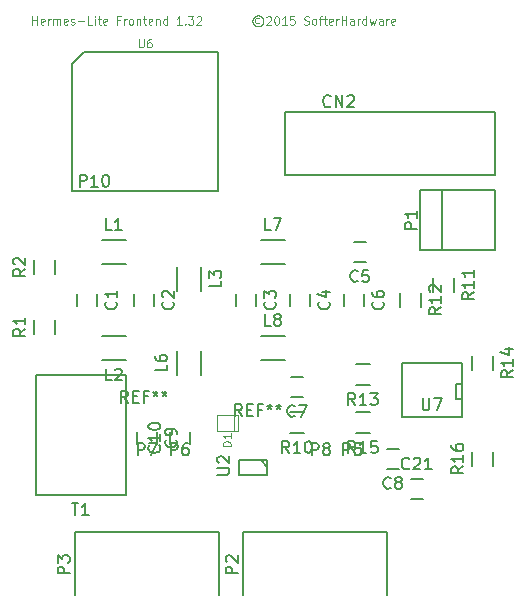
<source format=gto>
G04 #@! TF.FileFunction,Legend,Top*
%FSLAX46Y46*%
G04 Gerber Fmt 4.6, Leading zero omitted, Abs format (unit mm)*
G04 Created by KiCad (PCBNEW 4.0.1-3.201512221402+6198~38~ubuntu14.04.1-stable) date Tue 26 Jan 2016 10:17:27 AM EST*
%MOMM*%
G01*
G04 APERTURE LIST*
%ADD10C,0.100000*%
%ADD11C,0.150000*%
%ADD12C,0.200000*%
G04 APERTURE END LIST*
D10*
X28822001Y-1043333D02*
X28755335Y-1010000D01*
X28622001Y-1010000D01*
X28555335Y-1043333D01*
X28488668Y-1110000D01*
X28455335Y-1176667D01*
X28455335Y-1310000D01*
X28488668Y-1376667D01*
X28555335Y-1443333D01*
X28622001Y-1476667D01*
X28755335Y-1476667D01*
X28822001Y-1443333D01*
X28688668Y-776667D02*
X28522001Y-810000D01*
X28355335Y-910000D01*
X28255335Y-1076667D01*
X28222001Y-1243333D01*
X28255335Y-1410000D01*
X28355335Y-1576667D01*
X28522001Y-1676667D01*
X28688668Y-1710000D01*
X28855335Y-1676667D01*
X29022001Y-1576667D01*
X29122001Y-1410000D01*
X29155335Y-1243333D01*
X29122001Y-1076667D01*
X29022001Y-910000D01*
X28855335Y-810000D01*
X28688668Y-776667D01*
X29422001Y-943333D02*
X29455335Y-910000D01*
X29522001Y-876667D01*
X29688668Y-876667D01*
X29755335Y-910000D01*
X29788668Y-943333D01*
X29822001Y-1010000D01*
X29822001Y-1076667D01*
X29788668Y-1176667D01*
X29388668Y-1576667D01*
X29822001Y-1576667D01*
X30255335Y-876667D02*
X30322002Y-876667D01*
X30388668Y-910000D01*
X30422002Y-943333D01*
X30455335Y-1010000D01*
X30488668Y-1143333D01*
X30488668Y-1310000D01*
X30455335Y-1443333D01*
X30422002Y-1510000D01*
X30388668Y-1543333D01*
X30322002Y-1576667D01*
X30255335Y-1576667D01*
X30188668Y-1543333D01*
X30155335Y-1510000D01*
X30122002Y-1443333D01*
X30088668Y-1310000D01*
X30088668Y-1143333D01*
X30122002Y-1010000D01*
X30155335Y-943333D01*
X30188668Y-910000D01*
X30255335Y-876667D01*
X31155335Y-1576667D02*
X30755335Y-1576667D01*
X30955335Y-1576667D02*
X30955335Y-876667D01*
X30888669Y-976667D01*
X30822002Y-1043333D01*
X30755335Y-1076667D01*
X31788669Y-876667D02*
X31455336Y-876667D01*
X31422002Y-1210000D01*
X31455336Y-1176667D01*
X31522002Y-1143333D01*
X31688669Y-1143333D01*
X31755336Y-1176667D01*
X31788669Y-1210000D01*
X31822002Y-1276667D01*
X31822002Y-1443333D01*
X31788669Y-1510000D01*
X31755336Y-1543333D01*
X31688669Y-1576667D01*
X31522002Y-1576667D01*
X31455336Y-1543333D01*
X31422002Y-1510000D01*
X32622002Y-1543333D02*
X32722002Y-1576667D01*
X32888669Y-1576667D01*
X32955336Y-1543333D01*
X32988669Y-1510000D01*
X33022002Y-1443333D01*
X33022002Y-1376667D01*
X32988669Y-1310000D01*
X32955336Y-1276667D01*
X32888669Y-1243333D01*
X32755336Y-1210000D01*
X32688669Y-1176667D01*
X32655336Y-1143333D01*
X32622002Y-1076667D01*
X32622002Y-1010000D01*
X32655336Y-943333D01*
X32688669Y-910000D01*
X32755336Y-876667D01*
X32922002Y-876667D01*
X33022002Y-910000D01*
X33422003Y-1576667D02*
X33355336Y-1543333D01*
X33322003Y-1510000D01*
X33288669Y-1443333D01*
X33288669Y-1243333D01*
X33322003Y-1176667D01*
X33355336Y-1143333D01*
X33422003Y-1110000D01*
X33522003Y-1110000D01*
X33588669Y-1143333D01*
X33622003Y-1176667D01*
X33655336Y-1243333D01*
X33655336Y-1443333D01*
X33622003Y-1510000D01*
X33588669Y-1543333D01*
X33522003Y-1576667D01*
X33422003Y-1576667D01*
X33855336Y-1110000D02*
X34122002Y-1110000D01*
X33955336Y-1576667D02*
X33955336Y-976667D01*
X33988669Y-910000D01*
X34055336Y-876667D01*
X34122002Y-876667D01*
X34255336Y-1110000D02*
X34522002Y-1110000D01*
X34355336Y-876667D02*
X34355336Y-1476667D01*
X34388669Y-1543333D01*
X34455336Y-1576667D01*
X34522002Y-1576667D01*
X35022002Y-1543333D02*
X34955336Y-1576667D01*
X34822002Y-1576667D01*
X34755336Y-1543333D01*
X34722002Y-1476667D01*
X34722002Y-1210000D01*
X34755336Y-1143333D01*
X34822002Y-1110000D01*
X34955336Y-1110000D01*
X35022002Y-1143333D01*
X35055336Y-1210000D01*
X35055336Y-1276667D01*
X34722002Y-1343333D01*
X35355336Y-1576667D02*
X35355336Y-1110000D01*
X35355336Y-1243333D02*
X35388669Y-1176667D01*
X35422002Y-1143333D01*
X35488669Y-1110000D01*
X35555336Y-1110000D01*
X35788669Y-1576667D02*
X35788669Y-876667D01*
X35788669Y-1210000D02*
X36188669Y-1210000D01*
X36188669Y-1576667D02*
X36188669Y-876667D01*
X36822002Y-1576667D02*
X36822002Y-1210000D01*
X36788668Y-1143333D01*
X36722002Y-1110000D01*
X36588668Y-1110000D01*
X36522002Y-1143333D01*
X36822002Y-1543333D02*
X36755335Y-1576667D01*
X36588668Y-1576667D01*
X36522002Y-1543333D01*
X36488668Y-1476667D01*
X36488668Y-1410000D01*
X36522002Y-1343333D01*
X36588668Y-1310000D01*
X36755335Y-1310000D01*
X36822002Y-1276667D01*
X37155335Y-1576667D02*
X37155335Y-1110000D01*
X37155335Y-1243333D02*
X37188668Y-1176667D01*
X37222001Y-1143333D01*
X37288668Y-1110000D01*
X37355335Y-1110000D01*
X37888668Y-1576667D02*
X37888668Y-876667D01*
X37888668Y-1543333D02*
X37822001Y-1576667D01*
X37688668Y-1576667D01*
X37622001Y-1543333D01*
X37588668Y-1510000D01*
X37555334Y-1443333D01*
X37555334Y-1243333D01*
X37588668Y-1176667D01*
X37622001Y-1143333D01*
X37688668Y-1110000D01*
X37822001Y-1110000D01*
X37888668Y-1143333D01*
X38155334Y-1110000D02*
X38288667Y-1576667D01*
X38422001Y-1243333D01*
X38555334Y-1576667D01*
X38688667Y-1110000D01*
X39255334Y-1576667D02*
X39255334Y-1210000D01*
X39222000Y-1143333D01*
X39155334Y-1110000D01*
X39022000Y-1110000D01*
X38955334Y-1143333D01*
X39255334Y-1543333D02*
X39188667Y-1576667D01*
X39022000Y-1576667D01*
X38955334Y-1543333D01*
X38922000Y-1476667D01*
X38922000Y-1410000D01*
X38955334Y-1343333D01*
X39022000Y-1310000D01*
X39188667Y-1310000D01*
X39255334Y-1276667D01*
X39588667Y-1576667D02*
X39588667Y-1110000D01*
X39588667Y-1243333D02*
X39622000Y-1176667D01*
X39655333Y-1143333D01*
X39722000Y-1110000D01*
X39788667Y-1110000D01*
X40288666Y-1543333D02*
X40222000Y-1576667D01*
X40088666Y-1576667D01*
X40022000Y-1543333D01*
X39988666Y-1476667D01*
X39988666Y-1210000D01*
X40022000Y-1143333D01*
X40088666Y-1110000D01*
X40222000Y-1110000D01*
X40288666Y-1143333D01*
X40322000Y-1210000D01*
X40322000Y-1276667D01*
X39988666Y-1343333D01*
X9610167Y-1576667D02*
X9610167Y-876667D01*
X9610167Y-1210000D02*
X10010167Y-1210000D01*
X10010167Y-1576667D02*
X10010167Y-876667D01*
X10610166Y-1543333D02*
X10543500Y-1576667D01*
X10410166Y-1576667D01*
X10343500Y-1543333D01*
X10310166Y-1476667D01*
X10310166Y-1210000D01*
X10343500Y-1143333D01*
X10410166Y-1110000D01*
X10543500Y-1110000D01*
X10610166Y-1143333D01*
X10643500Y-1210000D01*
X10643500Y-1276667D01*
X10310166Y-1343333D01*
X10943500Y-1576667D02*
X10943500Y-1110000D01*
X10943500Y-1243333D02*
X10976833Y-1176667D01*
X11010166Y-1143333D01*
X11076833Y-1110000D01*
X11143500Y-1110000D01*
X11376833Y-1576667D02*
X11376833Y-1110000D01*
X11376833Y-1176667D02*
X11410166Y-1143333D01*
X11476833Y-1110000D01*
X11576833Y-1110000D01*
X11643499Y-1143333D01*
X11676833Y-1210000D01*
X11676833Y-1576667D01*
X11676833Y-1210000D02*
X11710166Y-1143333D01*
X11776833Y-1110000D01*
X11876833Y-1110000D01*
X11943499Y-1143333D01*
X11976833Y-1210000D01*
X11976833Y-1576667D01*
X12576832Y-1543333D02*
X12510166Y-1576667D01*
X12376832Y-1576667D01*
X12310166Y-1543333D01*
X12276832Y-1476667D01*
X12276832Y-1210000D01*
X12310166Y-1143333D01*
X12376832Y-1110000D01*
X12510166Y-1110000D01*
X12576832Y-1143333D01*
X12610166Y-1210000D01*
X12610166Y-1276667D01*
X12276832Y-1343333D01*
X12876832Y-1543333D02*
X12943499Y-1576667D01*
X13076832Y-1576667D01*
X13143499Y-1543333D01*
X13176832Y-1476667D01*
X13176832Y-1443333D01*
X13143499Y-1376667D01*
X13076832Y-1343333D01*
X12976832Y-1343333D01*
X12910166Y-1310000D01*
X12876832Y-1243333D01*
X12876832Y-1210000D01*
X12910166Y-1143333D01*
X12976832Y-1110000D01*
X13076832Y-1110000D01*
X13143499Y-1143333D01*
X13476833Y-1310000D02*
X14010166Y-1310000D01*
X14676833Y-1576667D02*
X14343500Y-1576667D01*
X14343500Y-876667D01*
X14910167Y-1576667D02*
X14910167Y-1110000D01*
X14910167Y-876667D02*
X14876833Y-910000D01*
X14910167Y-943333D01*
X14943500Y-910000D01*
X14910167Y-876667D01*
X14910167Y-943333D01*
X15143500Y-1110000D02*
X15410166Y-1110000D01*
X15243500Y-876667D02*
X15243500Y-1476667D01*
X15276833Y-1543333D01*
X15343500Y-1576667D01*
X15410166Y-1576667D01*
X15910166Y-1543333D02*
X15843500Y-1576667D01*
X15710166Y-1576667D01*
X15643500Y-1543333D01*
X15610166Y-1476667D01*
X15610166Y-1210000D01*
X15643500Y-1143333D01*
X15710166Y-1110000D01*
X15843500Y-1110000D01*
X15910166Y-1143333D01*
X15943500Y-1210000D01*
X15943500Y-1276667D01*
X15610166Y-1343333D01*
X17010166Y-1210000D02*
X16776833Y-1210000D01*
X16776833Y-1576667D02*
X16776833Y-876667D01*
X17110166Y-876667D01*
X17376833Y-1576667D02*
X17376833Y-1110000D01*
X17376833Y-1243333D02*
X17410166Y-1176667D01*
X17443499Y-1143333D01*
X17510166Y-1110000D01*
X17576833Y-1110000D01*
X17910166Y-1576667D02*
X17843499Y-1543333D01*
X17810166Y-1510000D01*
X17776832Y-1443333D01*
X17776832Y-1243333D01*
X17810166Y-1176667D01*
X17843499Y-1143333D01*
X17910166Y-1110000D01*
X18010166Y-1110000D01*
X18076832Y-1143333D01*
X18110166Y-1176667D01*
X18143499Y-1243333D01*
X18143499Y-1443333D01*
X18110166Y-1510000D01*
X18076832Y-1543333D01*
X18010166Y-1576667D01*
X17910166Y-1576667D01*
X18443499Y-1110000D02*
X18443499Y-1576667D01*
X18443499Y-1176667D02*
X18476832Y-1143333D01*
X18543499Y-1110000D01*
X18643499Y-1110000D01*
X18710165Y-1143333D01*
X18743499Y-1210000D01*
X18743499Y-1576667D01*
X18976832Y-1110000D02*
X19243498Y-1110000D01*
X19076832Y-876667D02*
X19076832Y-1476667D01*
X19110165Y-1543333D01*
X19176832Y-1576667D01*
X19243498Y-1576667D01*
X19743498Y-1543333D02*
X19676832Y-1576667D01*
X19543498Y-1576667D01*
X19476832Y-1543333D01*
X19443498Y-1476667D01*
X19443498Y-1210000D01*
X19476832Y-1143333D01*
X19543498Y-1110000D01*
X19676832Y-1110000D01*
X19743498Y-1143333D01*
X19776832Y-1210000D01*
X19776832Y-1276667D01*
X19443498Y-1343333D01*
X20076832Y-1110000D02*
X20076832Y-1576667D01*
X20076832Y-1176667D02*
X20110165Y-1143333D01*
X20176832Y-1110000D01*
X20276832Y-1110000D01*
X20343498Y-1143333D01*
X20376832Y-1210000D01*
X20376832Y-1576667D01*
X21010165Y-1576667D02*
X21010165Y-876667D01*
X21010165Y-1543333D02*
X20943498Y-1576667D01*
X20810165Y-1576667D01*
X20743498Y-1543333D01*
X20710165Y-1510000D01*
X20676831Y-1443333D01*
X20676831Y-1243333D01*
X20710165Y-1176667D01*
X20743498Y-1143333D01*
X20810165Y-1110000D01*
X20943498Y-1110000D01*
X21010165Y-1143333D01*
X22243497Y-1576667D02*
X21843497Y-1576667D01*
X22043497Y-1576667D02*
X22043497Y-876667D01*
X21976831Y-976667D01*
X21910164Y-1043333D01*
X21843497Y-1076667D01*
X22543498Y-1510000D02*
X22576831Y-1543333D01*
X22543498Y-1576667D01*
X22510164Y-1543333D01*
X22543498Y-1510000D01*
X22543498Y-1576667D01*
X22810164Y-876667D02*
X23243497Y-876667D01*
X23010164Y-1143333D01*
X23110164Y-1143333D01*
X23176831Y-1176667D01*
X23210164Y-1210000D01*
X23243497Y-1276667D01*
X23243497Y-1443333D01*
X23210164Y-1510000D01*
X23176831Y-1543333D01*
X23110164Y-1576667D01*
X22910164Y-1576667D01*
X22843497Y-1543333D01*
X22810164Y-1510000D01*
X23510164Y-943333D02*
X23543498Y-910000D01*
X23610164Y-876667D01*
X23776831Y-876667D01*
X23843498Y-910000D01*
X23876831Y-943333D01*
X23910164Y-1010000D01*
X23910164Y-1076667D01*
X23876831Y-1176667D01*
X23476831Y-1576667D01*
X23910164Y-1576667D01*
D11*
X48750000Y-9007000D02*
X30970000Y-9007000D01*
X48750000Y-14341000D02*
X30970000Y-14341000D01*
X48750000Y-9007000D02*
X48750000Y-14341000D01*
X30970000Y-14341000D02*
X30970000Y-9007000D01*
D12*
X13950000Y-3920000D02*
X12950000Y-4920000D01*
X12950000Y-4920000D02*
X12950000Y-15680000D01*
X12950000Y-15680000D02*
X25350000Y-15680000D01*
X25350000Y-15680000D02*
X25350000Y-3920000D01*
X25350000Y-3920000D02*
X13950000Y-3920000D01*
D10*
X26644380Y-34594960D02*
X26644380Y-35997040D01*
X27043160Y-34594960D02*
X25244840Y-34594960D01*
X25244840Y-34594960D02*
X25244840Y-35997040D01*
X25244840Y-35997040D02*
X27043160Y-35997040D01*
X27043160Y-35997040D02*
X27043160Y-34594960D01*
D11*
X31386000Y-34421000D02*
X32586000Y-34421000D01*
X32586000Y-36171000D02*
X31386000Y-36171000D01*
X43557000Y-24212000D02*
X43557000Y-23012000D01*
X45307000Y-23012000D02*
X45307000Y-24212000D01*
X40763000Y-25482000D02*
X40763000Y-24282000D01*
X42513000Y-24282000D02*
X42513000Y-25482000D01*
X36974000Y-30357000D02*
X38174000Y-30357000D01*
X38174000Y-32107000D02*
X36974000Y-32107000D01*
X46859000Y-30816000D02*
X46859000Y-29616000D01*
X48609000Y-29616000D02*
X48609000Y-30816000D01*
X36974000Y-34421000D02*
X38174000Y-34421000D01*
X38174000Y-36171000D02*
X36974000Y-36171000D01*
X48609000Y-37744000D02*
X48609000Y-38944000D01*
X46859000Y-38944000D02*
X46859000Y-37744000D01*
X17508000Y-41392000D02*
X17508000Y-31232000D01*
X9888000Y-31232000D02*
X9888000Y-41392000D01*
X9888000Y-31232000D02*
X17508000Y-31232000D01*
X9888000Y-41392000D02*
X17508000Y-41392000D01*
X15056000Y-25382000D02*
X15056000Y-24382000D01*
X13356000Y-24382000D02*
X13356000Y-25382000D01*
X19882000Y-25382000D02*
X19882000Y-24382000D01*
X18182000Y-24382000D02*
X18182000Y-25382000D01*
X28518000Y-25382000D02*
X28518000Y-24382000D01*
X26818000Y-24382000D02*
X26818000Y-25382000D01*
X33090000Y-25382000D02*
X33090000Y-24382000D01*
X31390000Y-24382000D02*
X31390000Y-25382000D01*
X36820000Y-21668000D02*
X37820000Y-21668000D01*
X37820000Y-19968000D02*
X36820000Y-19968000D01*
X37662000Y-25382000D02*
X37662000Y-24382000D01*
X35962000Y-24382000D02*
X35962000Y-25382000D01*
X31486000Y-33098000D02*
X32486000Y-33098000D01*
X32486000Y-31398000D02*
X31486000Y-31398000D01*
X39614000Y-39194000D02*
X40614000Y-39194000D01*
X40614000Y-37494000D02*
X39614000Y-37494000D01*
X20136000Y-37066000D02*
X20136000Y-36066000D01*
X18436000Y-36066000D02*
X18436000Y-37066000D01*
X21230000Y-36066000D02*
X21230000Y-37066000D01*
X22930000Y-37066000D02*
X22930000Y-36066000D01*
X11525000Y-26568000D02*
X11525000Y-27768000D01*
X9775000Y-27768000D02*
X9775000Y-26568000D01*
X11525000Y-21488000D02*
X11525000Y-22688000D01*
X9775000Y-22688000D02*
X9775000Y-21488000D01*
X42646000Y-40034000D02*
X41646000Y-40034000D01*
X41646000Y-41734000D02*
X42646000Y-41734000D01*
X27096500Y-39677500D02*
X27096500Y-38471000D01*
X29509500Y-39042500D02*
X28938000Y-38471000D01*
X27096500Y-38471000D02*
X29509500Y-38471000D01*
X29509500Y-38471000D02*
X29509500Y-39677500D01*
X29509500Y-39677500D02*
X27096500Y-39677500D01*
X44330400Y-15585600D02*
X44330400Y-20665600D01*
X48775400Y-15585600D02*
X48775400Y-20665600D01*
X42425400Y-20665600D02*
X42425400Y-15585600D01*
X42425400Y-20665600D02*
X48775400Y-20665600D01*
X42425400Y-15585600D02*
X48775400Y-15585600D01*
X39352000Y-44503500D02*
X39606000Y-44503500D01*
X39606000Y-44503500D02*
X39606000Y-49837500D01*
X27668000Y-44503500D02*
X27414000Y-44503500D01*
X27414000Y-44503500D02*
X27414000Y-49837500D01*
X39352000Y-44503500D02*
X27668000Y-44503500D01*
X25128000Y-44503500D02*
X25382000Y-44503500D01*
X25382000Y-44503500D02*
X25382000Y-49837500D01*
X13444000Y-44503500D02*
X13190000Y-44503500D01*
X13190000Y-44503500D02*
X13190000Y-49837500D01*
X25128000Y-44503500D02*
X13444000Y-44503500D01*
X17492000Y-19793000D02*
X15492000Y-19793000D01*
X15492000Y-21843000D02*
X17492000Y-21843000D01*
X15492000Y-29971000D02*
X17492000Y-29971000D01*
X17492000Y-27921000D02*
X15492000Y-27921000D01*
X23867000Y-24104000D02*
X23867000Y-22104000D01*
X21817000Y-22104000D02*
X21817000Y-24104000D01*
X21817000Y-29216000D02*
X21817000Y-31216000D01*
X23867000Y-31216000D02*
X23867000Y-29216000D01*
X30954000Y-19793000D02*
X28954000Y-19793000D01*
X28954000Y-21843000D02*
X30954000Y-21843000D01*
X30954000Y-27921000D02*
X28954000Y-27921000D01*
X28954000Y-29971000D02*
X30954000Y-29971000D01*
X45956000Y-34788000D02*
X40876000Y-34788000D01*
X40876000Y-34788000D02*
X40876000Y-30216000D01*
X40876000Y-30216000D02*
X45956000Y-30216000D01*
X45956000Y-30216000D02*
X45956000Y-34788000D01*
X45956000Y-33264000D02*
X45448000Y-33264000D01*
X45448000Y-33264000D02*
X45448000Y-31994000D01*
X45448000Y-31994000D02*
X45956000Y-31994000D01*
X34851524Y-8475143D02*
X34803905Y-8522762D01*
X34661048Y-8570381D01*
X34565810Y-8570381D01*
X34422952Y-8522762D01*
X34327714Y-8427524D01*
X34280095Y-8332286D01*
X34232476Y-8141810D01*
X34232476Y-7998952D01*
X34280095Y-7808476D01*
X34327714Y-7713238D01*
X34422952Y-7618000D01*
X34565810Y-7570381D01*
X34661048Y-7570381D01*
X34803905Y-7618000D01*
X34851524Y-7665619D01*
X35280095Y-8570381D02*
X35280095Y-7570381D01*
X35851524Y-8570381D01*
X35851524Y-7570381D01*
X36280095Y-7665619D02*
X36327714Y-7618000D01*
X36422952Y-7570381D01*
X36661048Y-7570381D01*
X36756286Y-7618000D01*
X36803905Y-7665619D01*
X36851524Y-7760857D01*
X36851524Y-7856095D01*
X36803905Y-7998952D01*
X36232476Y-8570381D01*
X36851524Y-8570381D01*
D10*
X18616667Y-2816667D02*
X18616667Y-3383333D01*
X18650000Y-3450000D01*
X18683333Y-3483333D01*
X18750000Y-3516667D01*
X18883333Y-3516667D01*
X18950000Y-3483333D01*
X18983333Y-3450000D01*
X19016667Y-3383333D01*
X19016667Y-2816667D01*
X19650000Y-2816667D02*
X19516666Y-2816667D01*
X19450000Y-2850000D01*
X19416666Y-2883333D01*
X19350000Y-2983333D01*
X19316666Y-3116667D01*
X19316666Y-3383333D01*
X19350000Y-3450000D01*
X19383333Y-3483333D01*
X19450000Y-3516667D01*
X19583333Y-3516667D01*
X19650000Y-3483333D01*
X19683333Y-3450000D01*
X19716666Y-3383333D01*
X19716666Y-3216667D01*
X19683333Y-3150000D01*
X19650000Y-3116667D01*
X19583333Y-3083333D01*
X19450000Y-3083333D01*
X19383333Y-3116667D01*
X19350000Y-3150000D01*
X19316666Y-3216667D01*
X26410667Y-37262666D02*
X25710667Y-37262666D01*
X25710667Y-37096000D01*
X25744000Y-36996000D01*
X25810667Y-36929333D01*
X25877333Y-36896000D01*
X26010667Y-36862666D01*
X26110667Y-36862666D01*
X26244000Y-36896000D01*
X26310667Y-36929333D01*
X26377333Y-36996000D01*
X26410667Y-37096000D01*
X26410667Y-37262666D01*
X26410667Y-36196000D02*
X26410667Y-36596000D01*
X26410667Y-36396000D02*
X25710667Y-36396000D01*
X25810667Y-36462666D01*
X25877333Y-36529333D01*
X25910667Y-36596000D01*
D11*
X31343143Y-37848381D02*
X31009809Y-37372190D01*
X30771714Y-37848381D02*
X30771714Y-36848381D01*
X31152667Y-36848381D01*
X31247905Y-36896000D01*
X31295524Y-36943619D01*
X31343143Y-37038857D01*
X31343143Y-37181714D01*
X31295524Y-37276952D01*
X31247905Y-37324571D01*
X31152667Y-37372190D01*
X30771714Y-37372190D01*
X32295524Y-37848381D02*
X31724095Y-37848381D01*
X32009809Y-37848381D02*
X32009809Y-36848381D01*
X31914571Y-36991238D01*
X31819333Y-37086476D01*
X31724095Y-37134095D01*
X32914571Y-36848381D02*
X33009810Y-36848381D01*
X33105048Y-36896000D01*
X33152667Y-36943619D01*
X33200286Y-37038857D01*
X33247905Y-37229333D01*
X33247905Y-37467429D01*
X33200286Y-37657905D01*
X33152667Y-37753143D01*
X33105048Y-37800762D01*
X33009810Y-37848381D01*
X32914571Y-37848381D01*
X32819333Y-37800762D01*
X32771714Y-37753143D01*
X32724095Y-37657905D01*
X32676476Y-37467429D01*
X32676476Y-37229333D01*
X32724095Y-37038857D01*
X32771714Y-36943619D01*
X32819333Y-36896000D01*
X32914571Y-36848381D01*
X46984381Y-24254857D02*
X46508190Y-24588191D01*
X46984381Y-24826286D02*
X45984381Y-24826286D01*
X45984381Y-24445333D01*
X46032000Y-24350095D01*
X46079619Y-24302476D01*
X46174857Y-24254857D01*
X46317714Y-24254857D01*
X46412952Y-24302476D01*
X46460571Y-24350095D01*
X46508190Y-24445333D01*
X46508190Y-24826286D01*
X46984381Y-23302476D02*
X46984381Y-23873905D01*
X46984381Y-23588191D02*
X45984381Y-23588191D01*
X46127238Y-23683429D01*
X46222476Y-23778667D01*
X46270095Y-23873905D01*
X46984381Y-22350095D02*
X46984381Y-22921524D01*
X46984381Y-22635810D02*
X45984381Y-22635810D01*
X46127238Y-22731048D01*
X46222476Y-22826286D01*
X46270095Y-22921524D01*
X44190381Y-25524857D02*
X43714190Y-25858191D01*
X44190381Y-26096286D02*
X43190381Y-26096286D01*
X43190381Y-25715333D01*
X43238000Y-25620095D01*
X43285619Y-25572476D01*
X43380857Y-25524857D01*
X43523714Y-25524857D01*
X43618952Y-25572476D01*
X43666571Y-25620095D01*
X43714190Y-25715333D01*
X43714190Y-26096286D01*
X44190381Y-24572476D02*
X44190381Y-25143905D01*
X44190381Y-24858191D02*
X43190381Y-24858191D01*
X43333238Y-24953429D01*
X43428476Y-25048667D01*
X43476095Y-25143905D01*
X43285619Y-24191524D02*
X43238000Y-24143905D01*
X43190381Y-24048667D01*
X43190381Y-23810571D01*
X43238000Y-23715333D01*
X43285619Y-23667714D01*
X43380857Y-23620095D01*
X43476095Y-23620095D01*
X43618952Y-23667714D01*
X44190381Y-24239143D01*
X44190381Y-23620095D01*
X36931143Y-33784381D02*
X36597809Y-33308190D01*
X36359714Y-33784381D02*
X36359714Y-32784381D01*
X36740667Y-32784381D01*
X36835905Y-32832000D01*
X36883524Y-32879619D01*
X36931143Y-32974857D01*
X36931143Y-33117714D01*
X36883524Y-33212952D01*
X36835905Y-33260571D01*
X36740667Y-33308190D01*
X36359714Y-33308190D01*
X37883524Y-33784381D02*
X37312095Y-33784381D01*
X37597809Y-33784381D02*
X37597809Y-32784381D01*
X37502571Y-32927238D01*
X37407333Y-33022476D01*
X37312095Y-33070095D01*
X38216857Y-32784381D02*
X38835905Y-32784381D01*
X38502571Y-33165333D01*
X38645429Y-33165333D01*
X38740667Y-33212952D01*
X38788286Y-33260571D01*
X38835905Y-33355810D01*
X38835905Y-33593905D01*
X38788286Y-33689143D01*
X38740667Y-33736762D01*
X38645429Y-33784381D01*
X38359714Y-33784381D01*
X38264476Y-33736762D01*
X38216857Y-33689143D01*
X50286381Y-30858857D02*
X49810190Y-31192191D01*
X50286381Y-31430286D02*
X49286381Y-31430286D01*
X49286381Y-31049333D01*
X49334000Y-30954095D01*
X49381619Y-30906476D01*
X49476857Y-30858857D01*
X49619714Y-30858857D01*
X49714952Y-30906476D01*
X49762571Y-30954095D01*
X49810190Y-31049333D01*
X49810190Y-31430286D01*
X50286381Y-29906476D02*
X50286381Y-30477905D01*
X50286381Y-30192191D02*
X49286381Y-30192191D01*
X49429238Y-30287429D01*
X49524476Y-30382667D01*
X49572095Y-30477905D01*
X49619714Y-29049333D02*
X50286381Y-29049333D01*
X49238762Y-29287429D02*
X49953048Y-29525524D01*
X49953048Y-28906476D01*
X36931143Y-37848381D02*
X36597809Y-37372190D01*
X36359714Y-37848381D02*
X36359714Y-36848381D01*
X36740667Y-36848381D01*
X36835905Y-36896000D01*
X36883524Y-36943619D01*
X36931143Y-37038857D01*
X36931143Y-37181714D01*
X36883524Y-37276952D01*
X36835905Y-37324571D01*
X36740667Y-37372190D01*
X36359714Y-37372190D01*
X37883524Y-37848381D02*
X37312095Y-37848381D01*
X37597809Y-37848381D02*
X37597809Y-36848381D01*
X37502571Y-36991238D01*
X37407333Y-37086476D01*
X37312095Y-37134095D01*
X38788286Y-36848381D02*
X38312095Y-36848381D01*
X38264476Y-37324571D01*
X38312095Y-37276952D01*
X38407333Y-37229333D01*
X38645429Y-37229333D01*
X38740667Y-37276952D01*
X38788286Y-37324571D01*
X38835905Y-37419810D01*
X38835905Y-37657905D01*
X38788286Y-37753143D01*
X38740667Y-37800762D01*
X38645429Y-37848381D01*
X38407333Y-37848381D01*
X38312095Y-37800762D01*
X38264476Y-37753143D01*
X46086381Y-38986857D02*
X45610190Y-39320191D01*
X46086381Y-39558286D02*
X45086381Y-39558286D01*
X45086381Y-39177333D01*
X45134000Y-39082095D01*
X45181619Y-39034476D01*
X45276857Y-38986857D01*
X45419714Y-38986857D01*
X45514952Y-39034476D01*
X45562571Y-39082095D01*
X45610190Y-39177333D01*
X45610190Y-39558286D01*
X46086381Y-38034476D02*
X46086381Y-38605905D01*
X46086381Y-38320191D02*
X45086381Y-38320191D01*
X45229238Y-38415429D01*
X45324476Y-38510667D01*
X45372095Y-38605905D01*
X45086381Y-37177333D02*
X45086381Y-37367810D01*
X45134000Y-37463048D01*
X45181619Y-37510667D01*
X45324476Y-37605905D01*
X45514952Y-37653524D01*
X45895905Y-37653524D01*
X45991143Y-37605905D01*
X46038762Y-37558286D01*
X46086381Y-37463048D01*
X46086381Y-37272571D01*
X46038762Y-37177333D01*
X45991143Y-37129714D01*
X45895905Y-37082095D01*
X45657810Y-37082095D01*
X45562571Y-37129714D01*
X45514952Y-37177333D01*
X45467333Y-37272571D01*
X45467333Y-37463048D01*
X45514952Y-37558286D01*
X45562571Y-37605905D01*
X45657810Y-37653524D01*
X12936095Y-42114381D02*
X13507524Y-42114381D01*
X13221809Y-43114381D02*
X13221809Y-42114381D01*
X14364667Y-43114381D02*
X13793238Y-43114381D01*
X14078952Y-43114381D02*
X14078952Y-42114381D01*
X13983714Y-42257238D01*
X13888476Y-42352476D01*
X13793238Y-42400095D01*
X16663143Y-25048666D02*
X16710762Y-25096285D01*
X16758381Y-25239142D01*
X16758381Y-25334380D01*
X16710762Y-25477238D01*
X16615524Y-25572476D01*
X16520286Y-25620095D01*
X16329810Y-25667714D01*
X16186952Y-25667714D01*
X15996476Y-25620095D01*
X15901238Y-25572476D01*
X15806000Y-25477238D01*
X15758381Y-25334380D01*
X15758381Y-25239142D01*
X15806000Y-25096285D01*
X15853619Y-25048666D01*
X16758381Y-24096285D02*
X16758381Y-24667714D01*
X16758381Y-24382000D02*
X15758381Y-24382000D01*
X15901238Y-24477238D01*
X15996476Y-24572476D01*
X16044095Y-24667714D01*
X21489143Y-25048666D02*
X21536762Y-25096285D01*
X21584381Y-25239142D01*
X21584381Y-25334380D01*
X21536762Y-25477238D01*
X21441524Y-25572476D01*
X21346286Y-25620095D01*
X21155810Y-25667714D01*
X21012952Y-25667714D01*
X20822476Y-25620095D01*
X20727238Y-25572476D01*
X20632000Y-25477238D01*
X20584381Y-25334380D01*
X20584381Y-25239142D01*
X20632000Y-25096285D01*
X20679619Y-25048666D01*
X20679619Y-24667714D02*
X20632000Y-24620095D01*
X20584381Y-24524857D01*
X20584381Y-24286761D01*
X20632000Y-24191523D01*
X20679619Y-24143904D01*
X20774857Y-24096285D01*
X20870095Y-24096285D01*
X21012952Y-24143904D01*
X21584381Y-24715333D01*
X21584381Y-24096285D01*
X30125143Y-25048666D02*
X30172762Y-25096285D01*
X30220381Y-25239142D01*
X30220381Y-25334380D01*
X30172762Y-25477238D01*
X30077524Y-25572476D01*
X29982286Y-25620095D01*
X29791810Y-25667714D01*
X29648952Y-25667714D01*
X29458476Y-25620095D01*
X29363238Y-25572476D01*
X29268000Y-25477238D01*
X29220381Y-25334380D01*
X29220381Y-25239142D01*
X29268000Y-25096285D01*
X29315619Y-25048666D01*
X29220381Y-24715333D02*
X29220381Y-24096285D01*
X29601333Y-24429619D01*
X29601333Y-24286761D01*
X29648952Y-24191523D01*
X29696571Y-24143904D01*
X29791810Y-24096285D01*
X30029905Y-24096285D01*
X30125143Y-24143904D01*
X30172762Y-24191523D01*
X30220381Y-24286761D01*
X30220381Y-24572476D01*
X30172762Y-24667714D01*
X30125143Y-24715333D01*
X34697143Y-25048666D02*
X34744762Y-25096285D01*
X34792381Y-25239142D01*
X34792381Y-25334380D01*
X34744762Y-25477238D01*
X34649524Y-25572476D01*
X34554286Y-25620095D01*
X34363810Y-25667714D01*
X34220952Y-25667714D01*
X34030476Y-25620095D01*
X33935238Y-25572476D01*
X33840000Y-25477238D01*
X33792381Y-25334380D01*
X33792381Y-25239142D01*
X33840000Y-25096285D01*
X33887619Y-25048666D01*
X34125714Y-24191523D02*
X34792381Y-24191523D01*
X33744762Y-24429619D02*
X34459048Y-24667714D01*
X34459048Y-24048666D01*
X37153334Y-23275143D02*
X37105715Y-23322762D01*
X36962858Y-23370381D01*
X36867620Y-23370381D01*
X36724762Y-23322762D01*
X36629524Y-23227524D01*
X36581905Y-23132286D01*
X36534286Y-22941810D01*
X36534286Y-22798952D01*
X36581905Y-22608476D01*
X36629524Y-22513238D01*
X36724762Y-22418000D01*
X36867620Y-22370381D01*
X36962858Y-22370381D01*
X37105715Y-22418000D01*
X37153334Y-22465619D01*
X38058096Y-22370381D02*
X37581905Y-22370381D01*
X37534286Y-22846571D01*
X37581905Y-22798952D01*
X37677143Y-22751333D01*
X37915239Y-22751333D01*
X38010477Y-22798952D01*
X38058096Y-22846571D01*
X38105715Y-22941810D01*
X38105715Y-23179905D01*
X38058096Y-23275143D01*
X38010477Y-23322762D01*
X37915239Y-23370381D01*
X37677143Y-23370381D01*
X37581905Y-23322762D01*
X37534286Y-23275143D01*
X39269143Y-25048666D02*
X39316762Y-25096285D01*
X39364381Y-25239142D01*
X39364381Y-25334380D01*
X39316762Y-25477238D01*
X39221524Y-25572476D01*
X39126286Y-25620095D01*
X38935810Y-25667714D01*
X38792952Y-25667714D01*
X38602476Y-25620095D01*
X38507238Y-25572476D01*
X38412000Y-25477238D01*
X38364381Y-25334380D01*
X38364381Y-25239142D01*
X38412000Y-25096285D01*
X38459619Y-25048666D01*
X38364381Y-24191523D02*
X38364381Y-24382000D01*
X38412000Y-24477238D01*
X38459619Y-24524857D01*
X38602476Y-24620095D01*
X38792952Y-24667714D01*
X39173905Y-24667714D01*
X39269143Y-24620095D01*
X39316762Y-24572476D01*
X39364381Y-24477238D01*
X39364381Y-24286761D01*
X39316762Y-24191523D01*
X39269143Y-24143904D01*
X39173905Y-24096285D01*
X38935810Y-24096285D01*
X38840571Y-24143904D01*
X38792952Y-24191523D01*
X38745333Y-24286761D01*
X38745333Y-24477238D01*
X38792952Y-24572476D01*
X38840571Y-24620095D01*
X38935810Y-24667714D01*
X31819334Y-34705143D02*
X31771715Y-34752762D01*
X31628858Y-34800381D01*
X31533620Y-34800381D01*
X31390762Y-34752762D01*
X31295524Y-34657524D01*
X31247905Y-34562286D01*
X31200286Y-34371810D01*
X31200286Y-34228952D01*
X31247905Y-34038476D01*
X31295524Y-33943238D01*
X31390762Y-33848000D01*
X31533620Y-33800381D01*
X31628858Y-33800381D01*
X31771715Y-33848000D01*
X31819334Y-33895619D01*
X32152667Y-33800381D02*
X32819334Y-33800381D01*
X32390762Y-34800381D01*
X39947334Y-40801143D02*
X39899715Y-40848762D01*
X39756858Y-40896381D01*
X39661620Y-40896381D01*
X39518762Y-40848762D01*
X39423524Y-40753524D01*
X39375905Y-40658286D01*
X39328286Y-40467810D01*
X39328286Y-40324952D01*
X39375905Y-40134476D01*
X39423524Y-40039238D01*
X39518762Y-39944000D01*
X39661620Y-39896381D01*
X39756858Y-39896381D01*
X39899715Y-39944000D01*
X39947334Y-39991619D01*
X40518762Y-40324952D02*
X40423524Y-40277333D01*
X40375905Y-40229714D01*
X40328286Y-40134476D01*
X40328286Y-40086857D01*
X40375905Y-39991619D01*
X40423524Y-39944000D01*
X40518762Y-39896381D01*
X40709239Y-39896381D01*
X40804477Y-39944000D01*
X40852096Y-39991619D01*
X40899715Y-40086857D01*
X40899715Y-40134476D01*
X40852096Y-40229714D01*
X40804477Y-40277333D01*
X40709239Y-40324952D01*
X40518762Y-40324952D01*
X40423524Y-40372571D01*
X40375905Y-40420190D01*
X40328286Y-40515429D01*
X40328286Y-40705905D01*
X40375905Y-40801143D01*
X40423524Y-40848762D01*
X40518762Y-40896381D01*
X40709239Y-40896381D01*
X40804477Y-40848762D01*
X40852096Y-40801143D01*
X40899715Y-40705905D01*
X40899715Y-40515429D01*
X40852096Y-40420190D01*
X40804477Y-40372571D01*
X40709239Y-40324952D01*
X21743143Y-36732666D02*
X21790762Y-36780285D01*
X21838381Y-36923142D01*
X21838381Y-37018380D01*
X21790762Y-37161238D01*
X21695524Y-37256476D01*
X21600286Y-37304095D01*
X21409810Y-37351714D01*
X21266952Y-37351714D01*
X21076476Y-37304095D01*
X20981238Y-37256476D01*
X20886000Y-37161238D01*
X20838381Y-37018380D01*
X20838381Y-36923142D01*
X20886000Y-36780285D01*
X20933619Y-36732666D01*
X21838381Y-36256476D02*
X21838381Y-36066000D01*
X21790762Y-35970761D01*
X21743143Y-35923142D01*
X21600286Y-35827904D01*
X21409810Y-35780285D01*
X21028857Y-35780285D01*
X20933619Y-35827904D01*
X20886000Y-35875523D01*
X20838381Y-35970761D01*
X20838381Y-36161238D01*
X20886000Y-36256476D01*
X20933619Y-36304095D01*
X21028857Y-36351714D01*
X21266952Y-36351714D01*
X21362190Y-36304095D01*
X21409810Y-36256476D01*
X21457429Y-36161238D01*
X21457429Y-35970761D01*
X21409810Y-35875523D01*
X21362190Y-35827904D01*
X21266952Y-35780285D01*
X20337143Y-37208857D02*
X20384762Y-37256476D01*
X20432381Y-37399333D01*
X20432381Y-37494571D01*
X20384762Y-37637429D01*
X20289524Y-37732667D01*
X20194286Y-37780286D01*
X20003810Y-37827905D01*
X19860952Y-37827905D01*
X19670476Y-37780286D01*
X19575238Y-37732667D01*
X19480000Y-37637429D01*
X19432381Y-37494571D01*
X19432381Y-37399333D01*
X19480000Y-37256476D01*
X19527619Y-37208857D01*
X20432381Y-36256476D02*
X20432381Y-36827905D01*
X20432381Y-36542191D02*
X19432381Y-36542191D01*
X19575238Y-36637429D01*
X19670476Y-36732667D01*
X19718095Y-36827905D01*
X19432381Y-35637429D02*
X19432381Y-35542190D01*
X19480000Y-35446952D01*
X19527619Y-35399333D01*
X19622857Y-35351714D01*
X19813333Y-35304095D01*
X20051429Y-35304095D01*
X20241905Y-35351714D01*
X20337143Y-35399333D01*
X20384762Y-35446952D01*
X20432381Y-35542190D01*
X20432381Y-35637429D01*
X20384762Y-35732667D01*
X20337143Y-35780286D01*
X20241905Y-35827905D01*
X20051429Y-35875524D01*
X19813333Y-35875524D01*
X19622857Y-35827905D01*
X19527619Y-35780286D01*
X19480000Y-35732667D01*
X19432381Y-35637429D01*
X9002381Y-27334666D02*
X8526190Y-27668000D01*
X9002381Y-27906095D02*
X8002381Y-27906095D01*
X8002381Y-27525142D01*
X8050000Y-27429904D01*
X8097619Y-27382285D01*
X8192857Y-27334666D01*
X8335714Y-27334666D01*
X8430952Y-27382285D01*
X8478571Y-27429904D01*
X8526190Y-27525142D01*
X8526190Y-27906095D01*
X9002381Y-26382285D02*
X9002381Y-26953714D01*
X9002381Y-26668000D02*
X8002381Y-26668000D01*
X8145238Y-26763238D01*
X8240476Y-26858476D01*
X8288095Y-26953714D01*
X9002381Y-22254666D02*
X8526190Y-22588000D01*
X9002381Y-22826095D02*
X8002381Y-22826095D01*
X8002381Y-22445142D01*
X8050000Y-22349904D01*
X8097619Y-22302285D01*
X8192857Y-22254666D01*
X8335714Y-22254666D01*
X8430952Y-22302285D01*
X8478571Y-22349904D01*
X8526190Y-22445142D01*
X8526190Y-22826095D01*
X8097619Y-21873714D02*
X8050000Y-21826095D01*
X8002381Y-21730857D01*
X8002381Y-21492761D01*
X8050000Y-21397523D01*
X8097619Y-21349904D01*
X8192857Y-21302285D01*
X8288095Y-21302285D01*
X8430952Y-21349904D01*
X9002381Y-21921333D01*
X9002381Y-21302285D01*
X41503143Y-39141143D02*
X41455524Y-39188762D01*
X41312667Y-39236381D01*
X41217429Y-39236381D01*
X41074571Y-39188762D01*
X40979333Y-39093524D01*
X40931714Y-38998286D01*
X40884095Y-38807810D01*
X40884095Y-38664952D01*
X40931714Y-38474476D01*
X40979333Y-38379238D01*
X41074571Y-38284000D01*
X41217429Y-38236381D01*
X41312667Y-38236381D01*
X41455524Y-38284000D01*
X41503143Y-38331619D01*
X41884095Y-38331619D02*
X41931714Y-38284000D01*
X42026952Y-38236381D01*
X42265048Y-38236381D01*
X42360286Y-38284000D01*
X42407905Y-38331619D01*
X42455524Y-38426857D01*
X42455524Y-38522095D01*
X42407905Y-38664952D01*
X41836476Y-39236381D01*
X42455524Y-39236381D01*
X43407905Y-39236381D02*
X42836476Y-39236381D01*
X43122190Y-39236381D02*
X43122190Y-38236381D01*
X43026952Y-38379238D01*
X42931714Y-38474476D01*
X42836476Y-38522095D01*
X35946905Y-38034381D02*
X35946905Y-37034381D01*
X36327858Y-37034381D01*
X36423096Y-37082000D01*
X36470715Y-37129619D01*
X36518334Y-37224857D01*
X36518334Y-37367714D01*
X36470715Y-37462952D01*
X36423096Y-37510571D01*
X36327858Y-37558190D01*
X35946905Y-37558190D01*
X37423096Y-37034381D02*
X36946905Y-37034381D01*
X36899286Y-37510571D01*
X36946905Y-37462952D01*
X37042143Y-37415333D01*
X37280239Y-37415333D01*
X37375477Y-37462952D01*
X37423096Y-37510571D01*
X37470715Y-37605810D01*
X37470715Y-37843905D01*
X37423096Y-37939143D01*
X37375477Y-37986762D01*
X37280239Y-38034381D01*
X37042143Y-38034381D01*
X36946905Y-37986762D01*
X36899286Y-37939143D01*
X21341905Y-38034381D02*
X21341905Y-37034381D01*
X21722858Y-37034381D01*
X21818096Y-37082000D01*
X21865715Y-37129619D01*
X21913334Y-37224857D01*
X21913334Y-37367714D01*
X21865715Y-37462952D01*
X21818096Y-37510571D01*
X21722858Y-37558190D01*
X21341905Y-37558190D01*
X22770477Y-37034381D02*
X22580000Y-37034381D01*
X22484762Y-37082000D01*
X22437143Y-37129619D01*
X22341905Y-37272476D01*
X22294286Y-37462952D01*
X22294286Y-37843905D01*
X22341905Y-37939143D01*
X22389524Y-37986762D01*
X22484762Y-38034381D01*
X22675239Y-38034381D01*
X22770477Y-37986762D01*
X22818096Y-37939143D01*
X22865715Y-37843905D01*
X22865715Y-37605810D01*
X22818096Y-37510571D01*
X22770477Y-37462952D01*
X22675239Y-37415333D01*
X22484762Y-37415333D01*
X22389524Y-37462952D01*
X22341905Y-37510571D01*
X22294286Y-37605810D01*
X18547905Y-38034381D02*
X18547905Y-37034381D01*
X18928858Y-37034381D01*
X19024096Y-37082000D01*
X19071715Y-37129619D01*
X19119334Y-37224857D01*
X19119334Y-37367714D01*
X19071715Y-37462952D01*
X19024096Y-37510571D01*
X18928858Y-37558190D01*
X18547905Y-37558190D01*
X19452667Y-37034381D02*
X20119334Y-37034381D01*
X19690762Y-38034381D01*
X33279905Y-38034381D02*
X33279905Y-37034381D01*
X33660858Y-37034381D01*
X33756096Y-37082000D01*
X33803715Y-37129619D01*
X33851334Y-37224857D01*
X33851334Y-37367714D01*
X33803715Y-37462952D01*
X33756096Y-37510571D01*
X33660858Y-37558190D01*
X33279905Y-37558190D01*
X34422762Y-37462952D02*
X34327524Y-37415333D01*
X34279905Y-37367714D01*
X34232286Y-37272476D01*
X34232286Y-37224857D01*
X34279905Y-37129619D01*
X34327524Y-37082000D01*
X34422762Y-37034381D01*
X34613239Y-37034381D01*
X34708477Y-37082000D01*
X34756096Y-37129619D01*
X34803715Y-37224857D01*
X34803715Y-37272476D01*
X34756096Y-37367714D01*
X34708477Y-37415333D01*
X34613239Y-37462952D01*
X34422762Y-37462952D01*
X34327524Y-37510571D01*
X34279905Y-37558190D01*
X34232286Y-37653429D01*
X34232286Y-37843905D01*
X34279905Y-37939143D01*
X34327524Y-37986762D01*
X34422762Y-38034381D01*
X34613239Y-38034381D01*
X34708477Y-37986762D01*
X34756096Y-37939143D01*
X34803715Y-37843905D01*
X34803715Y-37653429D01*
X34756096Y-37558190D01*
X34708477Y-37510571D01*
X34613239Y-37462952D01*
X25278881Y-39677405D02*
X26088405Y-39677405D01*
X26183643Y-39629786D01*
X26231262Y-39582167D01*
X26278881Y-39486929D01*
X26278881Y-39296452D01*
X26231262Y-39201214D01*
X26183643Y-39153595D01*
X26088405Y-39105976D01*
X25278881Y-39105976D01*
X25374119Y-38677405D02*
X25326500Y-38629786D01*
X25278881Y-38534548D01*
X25278881Y-38296452D01*
X25326500Y-38201214D01*
X25374119Y-38153595D01*
X25469357Y-38105976D01*
X25564595Y-38105976D01*
X25707452Y-38153595D01*
X26278881Y-38725024D01*
X26278881Y-38105976D01*
X13626714Y-15301381D02*
X13626714Y-14301381D01*
X14007667Y-14301381D01*
X14102905Y-14349000D01*
X14150524Y-14396619D01*
X14198143Y-14491857D01*
X14198143Y-14634714D01*
X14150524Y-14729952D01*
X14102905Y-14777571D01*
X14007667Y-14825190D01*
X13626714Y-14825190D01*
X15150524Y-15301381D02*
X14579095Y-15301381D01*
X14864809Y-15301381D02*
X14864809Y-14301381D01*
X14769571Y-14444238D01*
X14674333Y-14539476D01*
X14579095Y-14587095D01*
X15769571Y-14301381D02*
X15864810Y-14301381D01*
X15960048Y-14349000D01*
X16007667Y-14396619D01*
X16055286Y-14491857D01*
X16102905Y-14682333D01*
X16102905Y-14920429D01*
X16055286Y-15110905D01*
X16007667Y-15206143D01*
X15960048Y-15253762D01*
X15864810Y-15301381D01*
X15769571Y-15301381D01*
X15674333Y-15253762D01*
X15626714Y-15206143D01*
X15579095Y-15110905D01*
X15531476Y-14920429D01*
X15531476Y-14682333D01*
X15579095Y-14491857D01*
X15626714Y-14396619D01*
X15674333Y-14349000D01*
X15769571Y-14301381D01*
X42152781Y-18863695D02*
X41152781Y-18863695D01*
X41152781Y-18482742D01*
X41200400Y-18387504D01*
X41248019Y-18339885D01*
X41343257Y-18292266D01*
X41486114Y-18292266D01*
X41581352Y-18339885D01*
X41628971Y-18387504D01*
X41676590Y-18482742D01*
X41676590Y-18863695D01*
X42152781Y-17339885D02*
X42152781Y-17911314D01*
X42152781Y-17625600D02*
X41152781Y-17625600D01*
X41295638Y-17720838D01*
X41390876Y-17816076D01*
X41438495Y-17911314D01*
X26977381Y-48035595D02*
X25977381Y-48035595D01*
X25977381Y-47654642D01*
X26025000Y-47559404D01*
X26072619Y-47511785D01*
X26167857Y-47464166D01*
X26310714Y-47464166D01*
X26405952Y-47511785D01*
X26453571Y-47559404D01*
X26501190Y-47654642D01*
X26501190Y-48035595D01*
X26072619Y-47083214D02*
X26025000Y-47035595D01*
X25977381Y-46940357D01*
X25977381Y-46702261D01*
X26025000Y-46607023D01*
X26072619Y-46559404D01*
X26167857Y-46511785D01*
X26263095Y-46511785D01*
X26405952Y-46559404D01*
X26977381Y-47130833D01*
X26977381Y-46511785D01*
X12753381Y-48035595D02*
X11753381Y-48035595D01*
X11753381Y-47654642D01*
X11801000Y-47559404D01*
X11848619Y-47511785D01*
X11943857Y-47464166D01*
X12086714Y-47464166D01*
X12181952Y-47511785D01*
X12229571Y-47559404D01*
X12277190Y-47654642D01*
X12277190Y-48035595D01*
X11753381Y-47130833D02*
X11753381Y-46511785D01*
X12134333Y-46845119D01*
X12134333Y-46702261D01*
X12181952Y-46607023D01*
X12229571Y-46559404D01*
X12324810Y-46511785D01*
X12562905Y-46511785D01*
X12658143Y-46559404D01*
X12705762Y-46607023D01*
X12753381Y-46702261D01*
X12753381Y-46987976D01*
X12705762Y-47083214D01*
X12658143Y-47130833D01*
X16325334Y-18970381D02*
X15849143Y-18970381D01*
X15849143Y-17970381D01*
X17182477Y-18970381D02*
X16611048Y-18970381D01*
X16896762Y-18970381D02*
X16896762Y-17970381D01*
X16801524Y-18113238D01*
X16706286Y-18208476D01*
X16611048Y-18256095D01*
X16325334Y-31698381D02*
X15849143Y-31698381D01*
X15849143Y-30698381D01*
X16611048Y-30793619D02*
X16658667Y-30746000D01*
X16753905Y-30698381D01*
X16992001Y-30698381D01*
X17087239Y-30746000D01*
X17134858Y-30793619D01*
X17182477Y-30888857D01*
X17182477Y-30984095D01*
X17134858Y-31126952D01*
X16563429Y-31698381D01*
X17182477Y-31698381D01*
X25594381Y-23270666D02*
X25594381Y-23746857D01*
X24594381Y-23746857D01*
X24594381Y-23032571D02*
X24594381Y-22413523D01*
X24975333Y-22746857D01*
X24975333Y-22603999D01*
X25022952Y-22508761D01*
X25070571Y-22461142D01*
X25165810Y-22413523D01*
X25403905Y-22413523D01*
X25499143Y-22461142D01*
X25546762Y-22508761D01*
X25594381Y-22603999D01*
X25594381Y-22889714D01*
X25546762Y-22984952D01*
X25499143Y-23032571D01*
X20994381Y-30382666D02*
X20994381Y-30858857D01*
X19994381Y-30858857D01*
X19994381Y-29620761D02*
X19994381Y-29811238D01*
X20042000Y-29906476D01*
X20089619Y-29954095D01*
X20232476Y-30049333D01*
X20422952Y-30096952D01*
X20803905Y-30096952D01*
X20899143Y-30049333D01*
X20946762Y-30001714D01*
X20994381Y-29906476D01*
X20994381Y-29715999D01*
X20946762Y-29620761D01*
X20899143Y-29573142D01*
X20803905Y-29525523D01*
X20565810Y-29525523D01*
X20470571Y-29573142D01*
X20422952Y-29620761D01*
X20375333Y-29715999D01*
X20375333Y-29906476D01*
X20422952Y-30001714D01*
X20470571Y-30049333D01*
X20565810Y-30096952D01*
X29787334Y-18970381D02*
X29311143Y-18970381D01*
X29311143Y-17970381D01*
X30025429Y-17970381D02*
X30692096Y-17970381D01*
X30263524Y-18970381D01*
X29787334Y-27098381D02*
X29311143Y-27098381D01*
X29311143Y-26098381D01*
X30263524Y-26526952D02*
X30168286Y-26479333D01*
X30120667Y-26431714D01*
X30073048Y-26336476D01*
X30073048Y-26288857D01*
X30120667Y-26193619D01*
X30168286Y-26146000D01*
X30263524Y-26098381D01*
X30454001Y-26098381D01*
X30549239Y-26146000D01*
X30596858Y-26193619D01*
X30644477Y-26288857D01*
X30644477Y-26336476D01*
X30596858Y-26431714D01*
X30549239Y-26479333D01*
X30454001Y-26526952D01*
X30263524Y-26526952D01*
X30168286Y-26574571D01*
X30120667Y-26622190D01*
X30073048Y-26717429D01*
X30073048Y-26907905D01*
X30120667Y-27003143D01*
X30168286Y-27050762D01*
X30263524Y-27098381D01*
X30454001Y-27098381D01*
X30549239Y-27050762D01*
X30596858Y-27003143D01*
X30644477Y-26907905D01*
X30644477Y-26717429D01*
X30596858Y-26622190D01*
X30549239Y-26574571D01*
X30454001Y-26526952D01*
X42654095Y-33224381D02*
X42654095Y-34033905D01*
X42701714Y-34129143D01*
X42749333Y-34176762D01*
X42844571Y-34224381D01*
X43035048Y-34224381D01*
X43130286Y-34176762D01*
X43177905Y-34129143D01*
X43225524Y-34033905D01*
X43225524Y-33224381D01*
X43606476Y-33224381D02*
X44273143Y-33224381D01*
X43844571Y-34224381D01*
X27350667Y-34724381D02*
X27017333Y-34248190D01*
X26779238Y-34724381D02*
X26779238Y-33724381D01*
X27160191Y-33724381D01*
X27255429Y-33772000D01*
X27303048Y-33819619D01*
X27350667Y-33914857D01*
X27350667Y-34057714D01*
X27303048Y-34152952D01*
X27255429Y-34200571D01*
X27160191Y-34248190D01*
X26779238Y-34248190D01*
X27779238Y-34200571D02*
X28112572Y-34200571D01*
X28255429Y-34724381D02*
X27779238Y-34724381D01*
X27779238Y-33724381D01*
X28255429Y-33724381D01*
X29017334Y-34200571D02*
X28684000Y-34200571D01*
X28684000Y-34724381D02*
X28684000Y-33724381D01*
X29160191Y-33724381D01*
X29684000Y-33724381D02*
X29684000Y-33962476D01*
X29445905Y-33867238D02*
X29684000Y-33962476D01*
X29922096Y-33867238D01*
X29541143Y-34152952D02*
X29684000Y-33962476D01*
X29826858Y-34152952D01*
X30445905Y-33724381D02*
X30445905Y-33962476D01*
X30207810Y-33867238D02*
X30445905Y-33962476D01*
X30684001Y-33867238D01*
X30303048Y-34152952D02*
X30445905Y-33962476D01*
X30588763Y-34152952D01*
X17698667Y-33581381D02*
X17365333Y-33105190D01*
X17127238Y-33581381D02*
X17127238Y-32581381D01*
X17508191Y-32581381D01*
X17603429Y-32629000D01*
X17651048Y-32676619D01*
X17698667Y-32771857D01*
X17698667Y-32914714D01*
X17651048Y-33009952D01*
X17603429Y-33057571D01*
X17508191Y-33105190D01*
X17127238Y-33105190D01*
X18127238Y-33057571D02*
X18460572Y-33057571D01*
X18603429Y-33581381D02*
X18127238Y-33581381D01*
X18127238Y-32581381D01*
X18603429Y-32581381D01*
X19365334Y-33057571D02*
X19032000Y-33057571D01*
X19032000Y-33581381D02*
X19032000Y-32581381D01*
X19508191Y-32581381D01*
X20032000Y-32581381D02*
X20032000Y-32819476D01*
X19793905Y-32724238D02*
X20032000Y-32819476D01*
X20270096Y-32724238D01*
X19889143Y-33009952D02*
X20032000Y-32819476D01*
X20174858Y-33009952D01*
X20793905Y-32581381D02*
X20793905Y-32819476D01*
X20555810Y-32724238D02*
X20793905Y-32819476D01*
X21032001Y-32724238D01*
X20651048Y-33009952D02*
X20793905Y-32819476D01*
X20936763Y-33009952D01*
M02*

</source>
